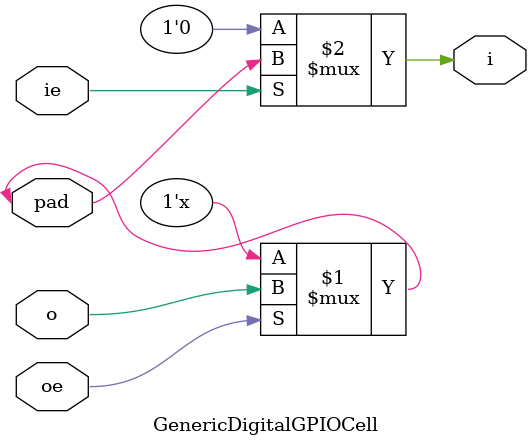
<source format=v>
module GenericDigitalGPIOCell(
    inout pad,
    output i,
    input ie,
    input o,
    input oe
);
    assign pad = oe ? o : 1'bz;
    assign i = ie ? pad : 1'b0;
endmodule
</source>
